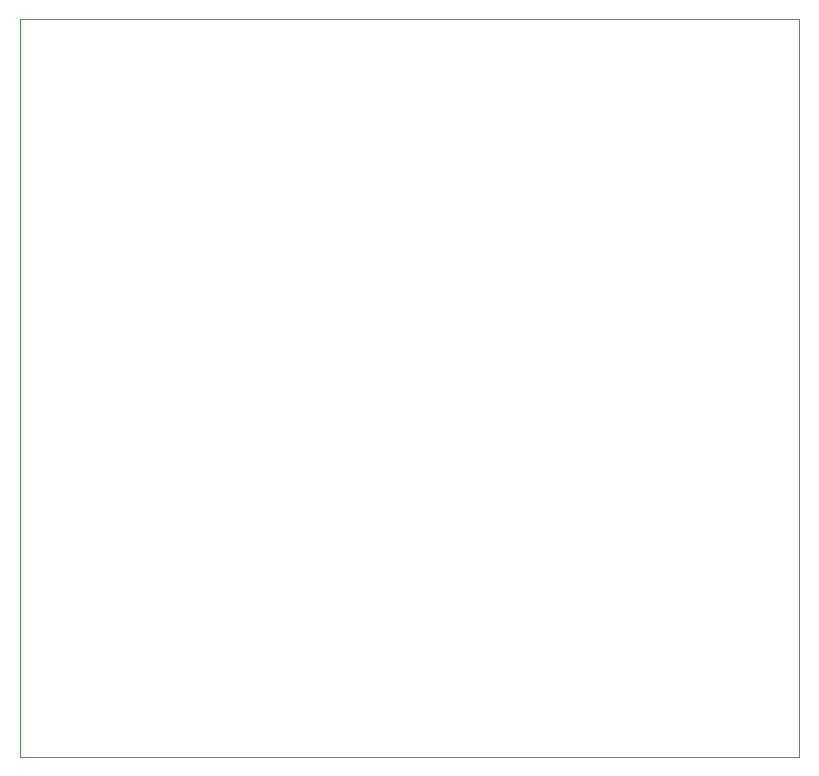
<source format=gbr>
%TF.GenerationSoftware,KiCad,Pcbnew,9.0.0*%
%TF.CreationDate,2025-03-15T15:19:18-03:00*%
%TF.ProjectId,can,63616e2e-6b69-4636-9164-5f7063625858,rev?*%
%TF.SameCoordinates,Original*%
%TF.FileFunction,Profile,NP*%
%FSLAX46Y46*%
G04 Gerber Fmt 4.6, Leading zero omitted, Abs format (unit mm)*
G04 Created by KiCad (PCBNEW 9.0.0) date 2025-03-15 15:19:18*
%MOMM*%
%LPD*%
G01*
G04 APERTURE LIST*
%TA.AperFunction,Profile*%
%ADD10C,0.050000*%
%TD*%
G04 APERTURE END LIST*
D10*
X118000000Y-46500000D02*
X184000000Y-46500000D01*
X184000000Y-109000000D01*
X118000000Y-109000000D01*
X118000000Y-46500000D01*
M02*

</source>
